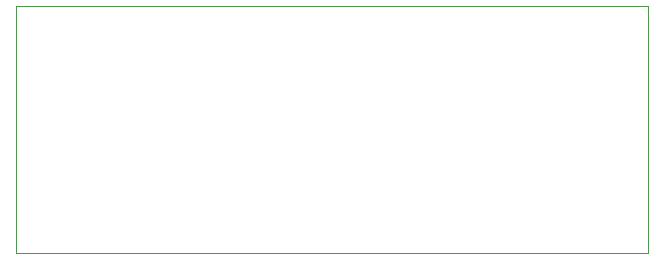
<source format=gm1>
G04 #@! TF.GenerationSoftware,KiCad,Pcbnew,5.1.10-88a1d61d58~88~ubuntu18.04.1*
G04 #@! TF.CreationDate,2021-09-27T18:06:16+02:00*
G04 #@! TF.ProjectId,rf_phase_shifter_2_45GHz,72665f70-6861-4736-955f-736869667465,1.0.0*
G04 #@! TF.SameCoordinates,Original*
G04 #@! TF.FileFunction,Profile,NP*
%FSLAX46Y46*%
G04 Gerber Fmt 4.6, Leading zero omitted, Abs format (unit mm)*
G04 Created by KiCad (PCBNEW 5.1.10-88a1d61d58~88~ubuntu18.04.1) date 2021-09-27 18:06:16*
%MOMM*%
%LPD*%
G01*
G04 APERTURE LIST*
G04 #@! TA.AperFunction,Profile*
%ADD10C,0.050000*%
G04 #@! TD*
G04 APERTURE END LIST*
D10*
X126746000Y-48387000D02*
X73279000Y-48387000D01*
X126746000Y-69342000D02*
X126746000Y-48387000D01*
X73279000Y-69342000D02*
X126746000Y-69342000D01*
X73279000Y-48387000D02*
X73279000Y-69342000D01*
M02*

</source>
